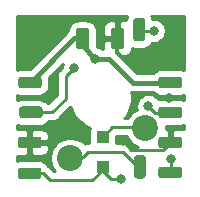
<source format=gbr>
%TF.GenerationSoftware,KiCad,Pcbnew,5.1.9*%
%TF.CreationDate,2021-04-13T03:12:43+02:00*%
%TF.ProjectId,_autosave-keycap,5f617574-6f73-4617-9665-2d6b65796361,rev?*%
%TF.SameCoordinates,Original*%
%TF.FileFunction,Copper,L2,Bot*%
%TF.FilePolarity,Positive*%
%FSLAX46Y46*%
G04 Gerber Fmt 4.6, Leading zero omitted, Abs format (unit mm)*
G04 Created by KiCad (PCBNEW 5.1.9) date 2021-04-13 03:12:43*
%MOMM*%
%LPD*%
G01*
G04 APERTURE LIST*
%TA.AperFunction,ComponentPad*%
%ADD10C,2.200000*%
%TD*%
%TA.AperFunction,SMDPad,CuDef*%
%ADD11R,1.000000X1.000000*%
%TD*%
%TA.AperFunction,ViaPad*%
%ADD12C,0.800000*%
%TD*%
%TA.AperFunction,Conductor*%
%ADD13C,0.250000*%
%TD*%
%TA.AperFunction,Conductor*%
%ADD14C,0.400000*%
%TD*%
%TA.AperFunction,Conductor*%
%ADD15C,0.300000*%
%TD*%
%TA.AperFunction,Conductor*%
%ADD16C,0.254000*%
%TD*%
%TA.AperFunction,Conductor*%
%ADD17C,0.100000*%
%TD*%
G04 APERTURE END LIST*
D10*
%TO.P,SW1,1*%
%TO.N,N/C*%
X118579900Y-118338600D03*
%TO.P,SW1,2*%
X124929900Y-115798600D03*
%TD*%
%TO.P,J6,1*%
%TO.N,GND*%
%TA.AperFunction,SMDPad,CuDef*%
G36*
G01*
X126275400Y-116505100D02*
X127775400Y-116505100D01*
G75*
G02*
X128025400Y-116755100I0J-250000D01*
G01*
X128025400Y-117255100D01*
G75*
G02*
X127775400Y-117505100I-250000J0D01*
G01*
X126275400Y-117505100D01*
G75*
G02*
X126025400Y-117255100I0J250000D01*
G01*
X126025400Y-116755100D01*
G75*
G02*
X126275400Y-116505100I250000J0D01*
G01*
G37*
%TD.AperFunction*%
%TD*%
%TO.P,J1,1*%
%TO.N,/VCC*%
%TA.AperFunction,SMDPad,CuDef*%
G36*
G01*
X115913600Y-112425100D02*
X114413600Y-112425100D01*
G75*
G02*
X114163600Y-112175100I0J250000D01*
G01*
X114163600Y-111675100D01*
G75*
G02*
X114413600Y-111425100I250000J0D01*
G01*
X115913600Y-111425100D01*
G75*
G02*
X116163600Y-111675100I0J-250000D01*
G01*
X116163600Y-112175100D01*
G75*
G02*
X115913600Y-112425100I-250000J0D01*
G01*
G37*
%TD.AperFunction*%
%TD*%
%TO.P,J3,1*%
%TO.N,GND*%
%TA.AperFunction,SMDPad,CuDef*%
G36*
G01*
X114367880Y-116505100D02*
X115867880Y-116505100D01*
G75*
G02*
X116117880Y-116755100I0J-250000D01*
G01*
X116117880Y-117255100D01*
G75*
G02*
X115867880Y-117505100I-250000J0D01*
G01*
X114367880Y-117505100D01*
G75*
G02*
X114117880Y-117255100I0J250000D01*
G01*
X114117880Y-116755100D01*
G75*
G02*
X114367880Y-116505100I250000J0D01*
G01*
G37*
%TD.AperFunction*%
%TD*%
%TO.P,J5,1*%
%TO.N,/DOUT*%
%TA.AperFunction,SMDPad,CuDef*%
G36*
G01*
X126275400Y-113965100D02*
X127775400Y-113965100D01*
G75*
G02*
X128025400Y-114215100I0J-250000D01*
G01*
X128025400Y-114715100D01*
G75*
G02*
X127775400Y-114965100I-250000J0D01*
G01*
X126275400Y-114965100D01*
G75*
G02*
X126025400Y-114715100I0J250000D01*
G01*
X126025400Y-114215100D01*
G75*
G02*
X126275400Y-113965100I250000J0D01*
G01*
G37*
%TD.AperFunction*%
%TD*%
%TO.P,J4,1*%
%TO.N,/VCC*%
%TA.AperFunction,SMDPad,CuDef*%
G36*
G01*
X126275400Y-111425100D02*
X127775400Y-111425100D01*
G75*
G02*
X128025400Y-111675100I0J-250000D01*
G01*
X128025400Y-112175100D01*
G75*
G02*
X127775400Y-112425100I-250000J0D01*
G01*
X126275400Y-112425100D01*
G75*
G02*
X126025400Y-112175100I0J250000D01*
G01*
X126025400Y-111675100D01*
G75*
G02*
X126275400Y-111425100I250000J0D01*
G01*
G37*
%TD.AperFunction*%
%TD*%
%TO.P,C1,1*%
%TO.N,/VCC*%
%TA.AperFunction,SMDPad,CuDef*%
G36*
G01*
X119031800Y-108846381D02*
X119031800Y-107546379D01*
G75*
G02*
X119281799Y-107296380I249999J0D01*
G01*
X119931801Y-107296380D01*
G75*
G02*
X120181800Y-107546379I0J-249999D01*
G01*
X120181800Y-108846381D01*
G75*
G02*
X119931801Y-109096380I-249999J0D01*
G01*
X119281799Y-109096380D01*
G75*
G02*
X119031800Y-108846381I0J249999D01*
G01*
G37*
%TD.AperFunction*%
%TO.P,C1,2*%
%TO.N,GND*%
%TA.AperFunction,SMDPad,CuDef*%
G36*
G01*
X121981800Y-108846381D02*
X121981800Y-107546379D01*
G75*
G02*
X122231799Y-107296380I249999J0D01*
G01*
X122881801Y-107296380D01*
G75*
G02*
X123131800Y-107546379I0J-249999D01*
G01*
X123131800Y-108846381D01*
G75*
G02*
X122881801Y-109096380I-249999J0D01*
G01*
X122231799Y-109096380D01*
G75*
G02*
X121981800Y-108846381I0J249999D01*
G01*
G37*
%TD.AperFunction*%
%TD*%
%TO.P,J8,1*%
%TO.N,N/C*%
%TA.AperFunction,SMDPad,CuDef*%
G36*
G01*
X124960000Y-118304880D02*
X124960000Y-119804880D01*
G75*
G02*
X124710000Y-120054880I-250000J0D01*
G01*
X124210000Y-120054880D01*
G75*
G02*
X123960000Y-119804880I0J250000D01*
G01*
X123960000Y-118304880D01*
G75*
G02*
X124210000Y-118054880I250000J0D01*
G01*
X124710000Y-118054880D01*
G75*
G02*
X124960000Y-118304880I0J-250000D01*
G01*
G37*
%TD.AperFunction*%
%TD*%
%TO.P,J10,1*%
%TO.N,N/C*%
%TA.AperFunction,SMDPad,CuDef*%
G36*
G01*
X115875500Y-120121300D02*
X114375500Y-120121300D01*
G75*
G02*
X114125500Y-119871300I0J250000D01*
G01*
X114125500Y-119371300D01*
G75*
G02*
X114375500Y-119121300I250000J0D01*
G01*
X115875500Y-119121300D01*
G75*
G02*
X116125500Y-119371300I0J-250000D01*
G01*
X116125500Y-119871300D01*
G75*
G02*
X115875500Y-120121300I-250000J0D01*
G01*
G37*
%TD.AperFunction*%
%TD*%
%TO.P,J9,1*%
%TO.N,N/C*%
%TA.AperFunction,SMDPad,CuDef*%
G36*
G01*
X123904120Y-108202160D02*
X123904120Y-106702160D01*
G75*
G02*
X124154120Y-106452160I250000J0D01*
G01*
X124654120Y-106452160D01*
G75*
G02*
X124904120Y-106702160I0J-250000D01*
G01*
X124904120Y-108202160D01*
G75*
G02*
X124654120Y-108452160I-250000J0D01*
G01*
X124154120Y-108452160D01*
G75*
G02*
X123904120Y-108202160I0J250000D01*
G01*
G37*
%TD.AperFunction*%
%TD*%
D11*
%TO.P,D1,1*%
%TO.N,N/C*%
X121297700Y-119042500D03*
%TO.P,D1,2*%
X121297700Y-116542500D03*
%TD*%
%TO.P,J7,1*%
%TO.N,N/C*%
%TA.AperFunction,SMDPad,CuDef*%
G36*
G01*
X126275400Y-119045100D02*
X127775400Y-119045100D01*
G75*
G02*
X128025400Y-119295100I0J-250000D01*
G01*
X128025400Y-119795100D01*
G75*
G02*
X127775400Y-120045100I-250000J0D01*
G01*
X126275400Y-120045100D01*
G75*
G02*
X126025400Y-119795100I0J250000D01*
G01*
X126025400Y-119295100D01*
G75*
G02*
X126275400Y-119045100I250000J0D01*
G01*
G37*
%TD.AperFunction*%
%TD*%
%TO.P,J2,1*%
%TO.N,/DIN*%
%TA.AperFunction,SMDPad,CuDef*%
G36*
G01*
X114474560Y-113949860D02*
X115974560Y-113949860D01*
G75*
G02*
X116224560Y-114199860I0J-250000D01*
G01*
X116224560Y-114699860D01*
G75*
G02*
X115974560Y-114949860I-250000J0D01*
G01*
X114474560Y-114949860D01*
G75*
G02*
X114224560Y-114699860I0J250000D01*
G01*
X114224560Y-114199860D01*
G75*
G02*
X114474560Y-113949860I250000J0D01*
G01*
G37*
%TD.AperFunction*%
%TD*%
D12*
%TO.N,*%
X125628400Y-107543600D03*
X127050800Y-118414800D03*
X122859800Y-120091200D03*
%TO.N,/VCC*%
X120698000Y-109953800D03*
%TO.N,GND*%
X122986800Y-116890800D03*
X126949200Y-113233200D03*
X115468400Y-108153200D03*
X123896120Y-109717840D03*
X116347240Y-113197640D03*
X118988840Y-116342160D03*
%TO.N,/DIN*%
X118910100Y-110662720D03*
%TO.N,/DOUT*%
X125183900Y-113931700D03*
%TD*%
D13*
%TO.N,*%
X122117800Y-115722400D02*
X121297700Y-116542500D01*
X124802900Y-115722400D02*
X122117800Y-115722400D01*
X121297700Y-119042500D02*
X120885900Y-119042500D01*
X124460000Y-107543600D02*
X124409200Y-107492800D01*
X125628400Y-107543600D02*
X124460000Y-107543600D01*
X123024900Y-117792500D02*
X124409200Y-119176800D01*
X120103900Y-117792500D02*
X123024900Y-117792500D01*
X119634000Y-118262400D02*
X120103900Y-117792500D01*
X118452900Y-118262400D02*
X119634000Y-118262400D01*
X127050800Y-119519700D02*
X127025400Y-119545100D01*
X127050800Y-118414800D02*
X127050800Y-119519700D01*
X121297700Y-119042500D02*
X121297700Y-119418100D01*
X121297700Y-119418100D02*
X121970800Y-120091200D01*
X121970800Y-120091200D02*
X122783600Y-120091200D01*
X122783600Y-120091200D02*
X122783600Y-120091200D01*
X121297700Y-119341900D02*
X121297700Y-119042500D01*
X120421400Y-120218200D02*
X121297700Y-119341900D01*
X116870480Y-120218200D02*
X120421400Y-120218200D01*
X116273580Y-119621300D02*
X116870480Y-120218200D01*
X115150900Y-119621300D02*
X116273580Y-119621300D01*
%TO.N,/VCC*%
X119918000Y-108945200D02*
X119380000Y-108407200D01*
X119918000Y-108952200D02*
X119918000Y-108945200D01*
X119606800Y-108481900D02*
X119606800Y-108196380D01*
X119606800Y-108196380D02*
X119606800Y-108840800D01*
D14*
X119606800Y-108862600D02*
X120698000Y-109953800D01*
D13*
X119606800Y-108196380D02*
X119606800Y-108862600D01*
D14*
X127025400Y-111925100D02*
X123850400Y-111925100D01*
X121879100Y-109953800D02*
X120698000Y-109953800D01*
X123850400Y-111925100D02*
X121879100Y-109953800D01*
X118892320Y-108196380D02*
X119606800Y-108196380D01*
X115163600Y-111925100D02*
X118892320Y-108196380D01*
D13*
%TO.N,GND*%
X117335300Y-117005100D02*
X115143280Y-117005100D01*
X122986800Y-116890800D02*
X123291600Y-116890800D01*
X122986800Y-116890800D02*
X123703080Y-117607080D01*
X126423420Y-117607080D02*
X127025400Y-117005100D01*
X123703080Y-117607080D02*
X126423420Y-117607080D01*
X117998240Y-116342160D02*
X118988840Y-116342160D01*
X117335300Y-117005100D02*
X117998240Y-116342160D01*
X123896120Y-109717840D02*
X122849640Y-109717840D01*
D15*
X122556800Y-109425000D02*
X122556800Y-108196380D01*
X122849640Y-109717840D02*
X122556800Y-109425000D01*
D13*
%TO.N,/DIN*%
X118910100Y-110662720D02*
X118910100Y-110662720D01*
X115122960Y-114449860D02*
X117035580Y-114449860D01*
X117035580Y-114449860D02*
X118165880Y-113319560D01*
X118165880Y-111406940D02*
X118910100Y-110662720D01*
X118165880Y-113319560D02*
X118165880Y-111406940D01*
%TO.N,/DOUT*%
X125717300Y-114465100D02*
X125183900Y-113931700D01*
X127025400Y-114465100D02*
X125717300Y-114465100D01*
%TD*%
D16*
%TO.N,GND*%
X118586161Y-114027201D02*
X118784793Y-114506741D01*
X119073162Y-114938315D01*
X119440185Y-115305338D01*
X119871759Y-115593707D01*
X120236756Y-115744894D01*
X120208198Y-115798320D01*
X120171888Y-115918018D01*
X120159628Y-116042500D01*
X120159628Y-117032500D01*
X120141223Y-117032500D01*
X120103900Y-117028824D01*
X120066577Y-117032500D01*
X120066567Y-117032500D01*
X119954914Y-117043497D01*
X119826333Y-117082501D01*
X119811653Y-117086954D01*
X119792274Y-117097313D01*
X119685898Y-116990937D01*
X119401731Y-116801063D01*
X119085981Y-116670275D01*
X118750783Y-116603600D01*
X118409017Y-116603600D01*
X118073819Y-116670275D01*
X117758069Y-116801063D01*
X117473902Y-116990937D01*
X117232237Y-117232602D01*
X117042363Y-117516769D01*
X116911575Y-117832519D01*
X116844900Y-118167717D01*
X116844900Y-118509483D01*
X116911575Y-118844681D01*
X117042363Y-119160431D01*
X117232237Y-119444598D01*
X117245839Y-119458200D01*
X117185282Y-119458200D01*
X116837383Y-119110302D01*
X116813581Y-119081299D01*
X116697856Y-118986326D01*
X116661452Y-118966867D01*
X116613905Y-118877914D01*
X116503462Y-118743338D01*
X116368886Y-118632895D01*
X116215350Y-118550828D01*
X116048754Y-118500292D01*
X115875500Y-118483228D01*
X114375500Y-118483228D01*
X114202246Y-118500292D01*
X114096140Y-118532479D01*
X114096140Y-118141031D01*
X114117880Y-118143172D01*
X114832130Y-118140100D01*
X114990880Y-117981350D01*
X114990880Y-117132100D01*
X115244880Y-117132100D01*
X115244880Y-117981350D01*
X115403630Y-118140100D01*
X116117880Y-118143172D01*
X116242362Y-118130912D01*
X116362060Y-118094602D01*
X116472374Y-118035637D01*
X116569065Y-117956285D01*
X116648417Y-117859594D01*
X116707382Y-117749280D01*
X116743692Y-117629582D01*
X116755952Y-117505100D01*
X116752880Y-117290850D01*
X116594130Y-117132100D01*
X115244880Y-117132100D01*
X114990880Y-117132100D01*
X114970880Y-117132100D01*
X114970880Y-116878100D01*
X114990880Y-116878100D01*
X114990880Y-116028850D01*
X115244880Y-116028850D01*
X115244880Y-116878100D01*
X116594130Y-116878100D01*
X116752880Y-116719350D01*
X116755952Y-116505100D01*
X116743692Y-116380618D01*
X116707382Y-116260920D01*
X116648417Y-116150606D01*
X116569065Y-116053915D01*
X116472374Y-115974563D01*
X116362060Y-115915598D01*
X116242362Y-115879288D01*
X116117880Y-115867028D01*
X115403630Y-115870100D01*
X115244880Y-116028850D01*
X114990880Y-116028850D01*
X114832130Y-115870100D01*
X114117880Y-115867028D01*
X114096140Y-115869169D01*
X114096140Y-115499716D01*
X114134710Y-115520332D01*
X114301306Y-115570868D01*
X114474560Y-115587932D01*
X115974560Y-115587932D01*
X116147814Y-115570868D01*
X116314410Y-115520332D01*
X116467946Y-115438265D01*
X116602522Y-115327822D01*
X116699330Y-115209860D01*
X116998258Y-115209860D01*
X117035580Y-115213536D01*
X117072902Y-115209860D01*
X117072913Y-115209860D01*
X117184566Y-115198863D01*
X117327827Y-115155406D01*
X117459856Y-115084834D01*
X117575581Y-114989861D01*
X117599384Y-114960858D01*
X118577348Y-113982894D01*
X118586161Y-114027201D01*
%TA.AperFunction,Conductor*%
D17*
G36*
X118586161Y-114027201D02*
G01*
X118784793Y-114506741D01*
X119073162Y-114938315D01*
X119440185Y-115305338D01*
X119871759Y-115593707D01*
X120236756Y-115744894D01*
X120208198Y-115798320D01*
X120171888Y-115918018D01*
X120159628Y-116042500D01*
X120159628Y-117032500D01*
X120141223Y-117032500D01*
X120103900Y-117028824D01*
X120066577Y-117032500D01*
X120066567Y-117032500D01*
X119954914Y-117043497D01*
X119826333Y-117082501D01*
X119811653Y-117086954D01*
X119792274Y-117097313D01*
X119685898Y-116990937D01*
X119401731Y-116801063D01*
X119085981Y-116670275D01*
X118750783Y-116603600D01*
X118409017Y-116603600D01*
X118073819Y-116670275D01*
X117758069Y-116801063D01*
X117473902Y-116990937D01*
X117232237Y-117232602D01*
X117042363Y-117516769D01*
X116911575Y-117832519D01*
X116844900Y-118167717D01*
X116844900Y-118509483D01*
X116911575Y-118844681D01*
X117042363Y-119160431D01*
X117232237Y-119444598D01*
X117245839Y-119458200D01*
X117185282Y-119458200D01*
X116837383Y-119110302D01*
X116813581Y-119081299D01*
X116697856Y-118986326D01*
X116661452Y-118966867D01*
X116613905Y-118877914D01*
X116503462Y-118743338D01*
X116368886Y-118632895D01*
X116215350Y-118550828D01*
X116048754Y-118500292D01*
X115875500Y-118483228D01*
X114375500Y-118483228D01*
X114202246Y-118500292D01*
X114096140Y-118532479D01*
X114096140Y-118141031D01*
X114117880Y-118143172D01*
X114832130Y-118140100D01*
X114990880Y-117981350D01*
X114990880Y-117132100D01*
X115244880Y-117132100D01*
X115244880Y-117981350D01*
X115403630Y-118140100D01*
X116117880Y-118143172D01*
X116242362Y-118130912D01*
X116362060Y-118094602D01*
X116472374Y-118035637D01*
X116569065Y-117956285D01*
X116648417Y-117859594D01*
X116707382Y-117749280D01*
X116743692Y-117629582D01*
X116755952Y-117505100D01*
X116752880Y-117290850D01*
X116594130Y-117132100D01*
X115244880Y-117132100D01*
X114990880Y-117132100D01*
X114970880Y-117132100D01*
X114970880Y-116878100D01*
X114990880Y-116878100D01*
X114990880Y-116028850D01*
X115244880Y-116028850D01*
X115244880Y-116878100D01*
X116594130Y-116878100D01*
X116752880Y-116719350D01*
X116755952Y-116505100D01*
X116743692Y-116380618D01*
X116707382Y-116260920D01*
X116648417Y-116150606D01*
X116569065Y-116053915D01*
X116472374Y-115974563D01*
X116362060Y-115915598D01*
X116242362Y-115879288D01*
X116117880Y-115867028D01*
X115403630Y-115870100D01*
X115244880Y-116028850D01*
X114990880Y-116028850D01*
X114832130Y-115870100D01*
X114117880Y-115867028D01*
X114096140Y-115869169D01*
X114096140Y-115499716D01*
X114134710Y-115520332D01*
X114301306Y-115570868D01*
X114474560Y-115587932D01*
X115974560Y-115587932D01*
X116147814Y-115570868D01*
X116314410Y-115520332D01*
X116467946Y-115438265D01*
X116602522Y-115327822D01*
X116699330Y-115209860D01*
X116998258Y-115209860D01*
X117035580Y-115213536D01*
X117072902Y-115209860D01*
X117072913Y-115209860D01*
X117184566Y-115198863D01*
X117327827Y-115155406D01*
X117459856Y-115084834D01*
X117575581Y-114989861D01*
X117599384Y-114960858D01*
X118577348Y-113982894D01*
X118586161Y-114027201D01*
G37*
%TD.AperFunction*%
D16*
X123392363Y-116620431D02*
X123582237Y-116904598D01*
X123823902Y-117146263D01*
X124108069Y-117336137D01*
X124302826Y-117416808D01*
X124210000Y-117416808D01*
X124036746Y-117433872D01*
X123870150Y-117484408D01*
X123818967Y-117511766D01*
X123588704Y-117281503D01*
X123564901Y-117252499D01*
X123449176Y-117157526D01*
X123317147Y-117086954D01*
X123173886Y-117043497D01*
X123062233Y-117032500D01*
X123062222Y-117032500D01*
X123024900Y-117028824D01*
X122987578Y-117032500D01*
X122435772Y-117032500D01*
X122435772Y-116482400D01*
X123335189Y-116482400D01*
X123392363Y-116620431D01*
%TA.AperFunction,Conductor*%
D17*
G36*
X123392363Y-116620431D02*
G01*
X123582237Y-116904598D01*
X123823902Y-117146263D01*
X124108069Y-117336137D01*
X124302826Y-117416808D01*
X124210000Y-117416808D01*
X124036746Y-117433872D01*
X123870150Y-117484408D01*
X123818967Y-117511766D01*
X123588704Y-117281503D01*
X123564901Y-117252499D01*
X123449176Y-117157526D01*
X123317147Y-117086954D01*
X123173886Y-117043497D01*
X123062233Y-117032500D01*
X123062222Y-117032500D01*
X123024900Y-117028824D01*
X122987578Y-117032500D01*
X122435772Y-117032500D01*
X122435772Y-116482400D01*
X123335189Y-116482400D01*
X123392363Y-116620431D01*
G37*
%TD.AperFunction*%
D16*
X128194598Y-115892852D02*
X128149882Y-115879288D01*
X128025400Y-115867028D01*
X127311150Y-115870100D01*
X127152400Y-116028850D01*
X127152400Y-116878100D01*
X127172400Y-116878100D01*
X127172400Y-117132100D01*
X127152400Y-117132100D01*
X127152400Y-117152100D01*
X126898400Y-117152100D01*
X126898400Y-117132100D01*
X126878400Y-117132100D01*
X126878400Y-116878100D01*
X126898400Y-116878100D01*
X126898400Y-116028850D01*
X126739650Y-115870100D01*
X126664900Y-115869778D01*
X126664900Y-115627717D01*
X126660018Y-115603172D01*
X127775400Y-115603172D01*
X127948654Y-115586108D01*
X128115250Y-115535572D01*
X128194795Y-115493054D01*
X128194598Y-115892852D01*
%TA.AperFunction,Conductor*%
D17*
G36*
X128194598Y-115892852D02*
G01*
X128149882Y-115879288D01*
X128025400Y-115867028D01*
X127311150Y-115870100D01*
X127152400Y-116028850D01*
X127152400Y-116878100D01*
X127172400Y-116878100D01*
X127172400Y-117132100D01*
X127152400Y-117132100D01*
X127152400Y-117152100D01*
X126898400Y-117152100D01*
X126898400Y-117132100D01*
X126878400Y-117132100D01*
X126878400Y-116878100D01*
X126898400Y-116878100D01*
X126898400Y-116028850D01*
X126739650Y-115870100D01*
X126664900Y-115869778D01*
X126664900Y-115627717D01*
X126660018Y-115603172D01*
X127775400Y-115603172D01*
X127948654Y-115586108D01*
X128115250Y-115535572D01*
X128194795Y-115493054D01*
X128194598Y-115892852D01*
G37*
%TD.AperFunction*%
D16*
X123850399Y-112764140D02*
X123891418Y-112760100D01*
X125612180Y-112760100D01*
X125647438Y-112803062D01*
X125782014Y-112913505D01*
X125935550Y-112995572D01*
X126102146Y-113046108D01*
X126275400Y-113063172D01*
X127775400Y-113063172D01*
X127948654Y-113046108D01*
X128115250Y-112995572D01*
X128196046Y-112952385D01*
X128195807Y-113437687D01*
X128115250Y-113394628D01*
X127948654Y-113344092D01*
X127775400Y-113327028D01*
X126275400Y-113327028D01*
X126102146Y-113344092D01*
X126047195Y-113360761D01*
X125987837Y-113271926D01*
X125843674Y-113127763D01*
X125674156Y-113014495D01*
X125485798Y-112936474D01*
X125285839Y-112896700D01*
X125081961Y-112896700D01*
X124882002Y-112936474D01*
X124693644Y-113014495D01*
X124524126Y-113127763D01*
X124379963Y-113271926D01*
X124266695Y-113441444D01*
X124188674Y-113629802D01*
X124148900Y-113829761D01*
X124148900Y-114033639D01*
X124187586Y-114228126D01*
X124108069Y-114261063D01*
X123823902Y-114450937D01*
X123582237Y-114692602D01*
X123401964Y-114962400D01*
X123142553Y-114962400D01*
X123166638Y-114938315D01*
X123455007Y-114506741D01*
X123653639Y-114027201D01*
X123754900Y-113518125D01*
X123754900Y-112999075D01*
X123705327Y-112749851D01*
X123850399Y-112764140D01*
%TA.AperFunction,Conductor*%
D17*
G36*
X123850399Y-112764140D02*
G01*
X123891418Y-112760100D01*
X125612180Y-112760100D01*
X125647438Y-112803062D01*
X125782014Y-112913505D01*
X125935550Y-112995572D01*
X126102146Y-113046108D01*
X126275400Y-113063172D01*
X127775400Y-113063172D01*
X127948654Y-113046108D01*
X128115250Y-112995572D01*
X128196046Y-112952385D01*
X128195807Y-113437687D01*
X128115250Y-113394628D01*
X127948654Y-113344092D01*
X127775400Y-113327028D01*
X126275400Y-113327028D01*
X126102146Y-113344092D01*
X126047195Y-113360761D01*
X125987837Y-113271926D01*
X125843674Y-113127763D01*
X125674156Y-113014495D01*
X125485798Y-112936474D01*
X125285839Y-112896700D01*
X125081961Y-112896700D01*
X124882002Y-112936474D01*
X124693644Y-113014495D01*
X124524126Y-113127763D01*
X124379963Y-113271926D01*
X124266695Y-113441444D01*
X124188674Y-113629802D01*
X124148900Y-113829761D01*
X124148900Y-114033639D01*
X124187586Y-114228126D01*
X124108069Y-114261063D01*
X123823902Y-114450937D01*
X123582237Y-114692602D01*
X123401964Y-114962400D01*
X123142553Y-114962400D01*
X123166638Y-114938315D01*
X123455007Y-114506741D01*
X123653639Y-114027201D01*
X123754900Y-113518125D01*
X123754900Y-112999075D01*
X123705327Y-112749851D01*
X123850399Y-112764140D01*
G37*
%TD.AperFunction*%
D16*
X117914874Y-110360822D02*
X117875100Y-110560781D01*
X117875100Y-110622919D01*
X117654878Y-110843141D01*
X117625880Y-110866939D01*
X117602082Y-110895937D01*
X117602081Y-110895938D01*
X117530906Y-110982664D01*
X117460334Y-111114694D01*
X117416878Y-111257955D01*
X117402204Y-111406940D01*
X117405881Y-111444272D01*
X117405880Y-113004758D01*
X116720779Y-113689860D01*
X116699330Y-113689860D01*
X116602522Y-113571898D01*
X116467946Y-113461455D01*
X116314410Y-113379388D01*
X116147814Y-113328852D01*
X115974560Y-113311788D01*
X114474560Y-113311788D01*
X114301306Y-113328852D01*
X114134710Y-113379388D01*
X114096140Y-113400004D01*
X114096140Y-113002364D01*
X114240346Y-113046108D01*
X114413600Y-113063172D01*
X115913600Y-113063172D01*
X116086854Y-113046108D01*
X116253450Y-112995572D01*
X116406986Y-112913505D01*
X116541562Y-112803062D01*
X116652005Y-112668486D01*
X116734072Y-112514950D01*
X116784608Y-112348354D01*
X116801672Y-112175100D01*
X116801672Y-111675100D01*
X116784608Y-111501846D01*
X116780678Y-111488890D01*
X117919208Y-110350360D01*
X117914874Y-110360822D01*
%TA.AperFunction,Conductor*%
D17*
G36*
X117914874Y-110360822D02*
G01*
X117875100Y-110560781D01*
X117875100Y-110622919D01*
X117654878Y-110843141D01*
X117625880Y-110866939D01*
X117602082Y-110895937D01*
X117602081Y-110895938D01*
X117530906Y-110982664D01*
X117460334Y-111114694D01*
X117416878Y-111257955D01*
X117402204Y-111406940D01*
X117405881Y-111444272D01*
X117405880Y-113004758D01*
X116720779Y-113689860D01*
X116699330Y-113689860D01*
X116602522Y-113571898D01*
X116467946Y-113461455D01*
X116314410Y-113379388D01*
X116147814Y-113328852D01*
X115974560Y-113311788D01*
X114474560Y-113311788D01*
X114301306Y-113328852D01*
X114134710Y-113379388D01*
X114096140Y-113400004D01*
X114096140Y-113002364D01*
X114240346Y-113046108D01*
X114413600Y-113063172D01*
X115913600Y-113063172D01*
X116086854Y-113046108D01*
X116253450Y-112995572D01*
X116406986Y-112913505D01*
X116541562Y-112803062D01*
X116652005Y-112668486D01*
X116734072Y-112514950D01*
X116784608Y-112348354D01*
X116801672Y-112175100D01*
X116801672Y-111675100D01*
X116784608Y-111501846D01*
X116780678Y-111488890D01*
X117919208Y-110350360D01*
X117914874Y-110360822D01*
G37*
%TD.AperFunction*%
D16*
X128199343Y-106257417D02*
X128197058Y-110898355D01*
X128115250Y-110854628D01*
X127948654Y-110804092D01*
X127775400Y-110787028D01*
X126275400Y-110787028D01*
X126102146Y-110804092D01*
X125935550Y-110854628D01*
X125782014Y-110936695D01*
X125647438Y-111047138D01*
X125612180Y-111090100D01*
X124196268Y-111090100D01*
X122683802Y-109577635D01*
X122683802Y-109572632D01*
X122842550Y-109731380D01*
X123131800Y-109734452D01*
X123256282Y-109722192D01*
X123375980Y-109685882D01*
X123486294Y-109626917D01*
X123582985Y-109547565D01*
X123662337Y-109450874D01*
X123721302Y-109340560D01*
X123757612Y-109220862D01*
X123769872Y-109096380D01*
X123769383Y-108998639D01*
X123814270Y-109022632D01*
X123980866Y-109073168D01*
X124154120Y-109090232D01*
X124654120Y-109090232D01*
X124827374Y-109073168D01*
X124993970Y-109022632D01*
X125147506Y-108940565D01*
X125282082Y-108830122D01*
X125392525Y-108695546D01*
X125461898Y-108565758D01*
X125526461Y-108578600D01*
X125730339Y-108578600D01*
X125930298Y-108538826D01*
X126118656Y-108460805D01*
X126288174Y-108347537D01*
X126432337Y-108203374D01*
X126545605Y-108033856D01*
X126623626Y-107845498D01*
X126663400Y-107645539D01*
X126663400Y-107441661D01*
X126623626Y-107241702D01*
X126545605Y-107053344D01*
X126432337Y-106883826D01*
X126288174Y-106739663D01*
X126118656Y-106626395D01*
X125930298Y-106548374D01*
X125730339Y-106508600D01*
X125526461Y-106508600D01*
X125519395Y-106510006D01*
X125474592Y-106362310D01*
X125418218Y-106256842D01*
X128199343Y-106257417D01*
%TA.AperFunction,Conductor*%
D17*
G36*
X128199343Y-106257417D02*
G01*
X128197058Y-110898355D01*
X128115250Y-110854628D01*
X127948654Y-110804092D01*
X127775400Y-110787028D01*
X126275400Y-110787028D01*
X126102146Y-110804092D01*
X125935550Y-110854628D01*
X125782014Y-110936695D01*
X125647438Y-111047138D01*
X125612180Y-111090100D01*
X124196268Y-111090100D01*
X122683802Y-109577635D01*
X122683802Y-109572632D01*
X122842550Y-109731380D01*
X123131800Y-109734452D01*
X123256282Y-109722192D01*
X123375980Y-109685882D01*
X123486294Y-109626917D01*
X123582985Y-109547565D01*
X123662337Y-109450874D01*
X123721302Y-109340560D01*
X123757612Y-109220862D01*
X123769872Y-109096380D01*
X123769383Y-108998639D01*
X123814270Y-109022632D01*
X123980866Y-109073168D01*
X124154120Y-109090232D01*
X124654120Y-109090232D01*
X124827374Y-109073168D01*
X124993970Y-109022632D01*
X125147506Y-108940565D01*
X125282082Y-108830122D01*
X125392525Y-108695546D01*
X125461898Y-108565758D01*
X125526461Y-108578600D01*
X125730339Y-108578600D01*
X125930298Y-108538826D01*
X126118656Y-108460805D01*
X126288174Y-108347537D01*
X126432337Y-108203374D01*
X126545605Y-108033856D01*
X126623626Y-107845498D01*
X126663400Y-107645539D01*
X126663400Y-107441661D01*
X126623626Y-107241702D01*
X126545605Y-107053344D01*
X126432337Y-106883826D01*
X126288174Y-106739663D01*
X126118656Y-106626395D01*
X125930298Y-106548374D01*
X125730339Y-106508600D01*
X125526461Y-106508600D01*
X125519395Y-106510006D01*
X125474592Y-106362310D01*
X125418218Y-106256842D01*
X128199343Y-106257417D01*
G37*
%TD.AperFunction*%
D16*
X123390246Y-106256423D02*
X123333648Y-106362310D01*
X123283112Y-106528906D01*
X123268786Y-106674361D01*
X123256282Y-106670568D01*
X123131800Y-106658308D01*
X122842550Y-106661380D01*
X122683800Y-106820130D01*
X122683800Y-108069380D01*
X122703800Y-108069380D01*
X122703800Y-108323380D01*
X122683800Y-108323380D01*
X122683800Y-108343380D01*
X122429800Y-108343380D01*
X122429800Y-108323380D01*
X121505550Y-108323380D01*
X121346800Y-108482130D01*
X121343728Y-109096380D01*
X121345936Y-109118800D01*
X121311285Y-109118800D01*
X121188256Y-109036595D01*
X120999898Y-108958574D01*
X120854776Y-108929708D01*
X120815530Y-108890462D01*
X120819872Y-108846381D01*
X120819872Y-107546379D01*
X120802808Y-107373125D01*
X120779528Y-107296380D01*
X121343728Y-107296380D01*
X121346800Y-107910630D01*
X121505550Y-108069380D01*
X122429800Y-108069380D01*
X122429800Y-106820130D01*
X122271050Y-106661380D01*
X121981800Y-106658308D01*
X121857318Y-106670568D01*
X121737620Y-106706878D01*
X121627306Y-106765843D01*
X121530615Y-106845195D01*
X121451263Y-106941886D01*
X121392298Y-107052200D01*
X121355988Y-107171898D01*
X121343728Y-107296380D01*
X120779528Y-107296380D01*
X120752272Y-107206529D01*
X120670205Y-107052993D01*
X120559762Y-106918418D01*
X120425187Y-106807975D01*
X120271651Y-106725908D01*
X120105055Y-106675372D01*
X119931801Y-106658308D01*
X119281799Y-106658308D01*
X119108545Y-106675372D01*
X118941949Y-106725908D01*
X118788413Y-106807975D01*
X118653838Y-106918418D01*
X118543395Y-107052993D01*
X118461328Y-107206529D01*
X118410792Y-107373125D01*
X118395979Y-107523524D01*
X118299029Y-107603089D01*
X118272879Y-107634953D01*
X115120805Y-110787028D01*
X114413600Y-110787028D01*
X114240346Y-110804092D01*
X114096140Y-110847836D01*
X114096140Y-106254502D01*
X123390246Y-106256423D01*
%TA.AperFunction,Conductor*%
D17*
G36*
X123390246Y-106256423D02*
G01*
X123333648Y-106362310D01*
X123283112Y-106528906D01*
X123268786Y-106674361D01*
X123256282Y-106670568D01*
X123131800Y-106658308D01*
X122842550Y-106661380D01*
X122683800Y-106820130D01*
X122683800Y-108069380D01*
X122703800Y-108069380D01*
X122703800Y-108323380D01*
X122683800Y-108323380D01*
X122683800Y-108343380D01*
X122429800Y-108343380D01*
X122429800Y-108323380D01*
X121505550Y-108323380D01*
X121346800Y-108482130D01*
X121343728Y-109096380D01*
X121345936Y-109118800D01*
X121311285Y-109118800D01*
X121188256Y-109036595D01*
X120999898Y-108958574D01*
X120854776Y-108929708D01*
X120815530Y-108890462D01*
X120819872Y-108846381D01*
X120819872Y-107546379D01*
X120802808Y-107373125D01*
X120779528Y-107296380D01*
X121343728Y-107296380D01*
X121346800Y-107910630D01*
X121505550Y-108069380D01*
X122429800Y-108069380D01*
X122429800Y-106820130D01*
X122271050Y-106661380D01*
X121981800Y-106658308D01*
X121857318Y-106670568D01*
X121737620Y-106706878D01*
X121627306Y-106765843D01*
X121530615Y-106845195D01*
X121451263Y-106941886D01*
X121392298Y-107052200D01*
X121355988Y-107171898D01*
X121343728Y-107296380D01*
X120779528Y-107296380D01*
X120752272Y-107206529D01*
X120670205Y-107052993D01*
X120559762Y-106918418D01*
X120425187Y-106807975D01*
X120271651Y-106725908D01*
X120105055Y-106675372D01*
X119931801Y-106658308D01*
X119281799Y-106658308D01*
X119108545Y-106675372D01*
X118941949Y-106725908D01*
X118788413Y-106807975D01*
X118653838Y-106918418D01*
X118543395Y-107052993D01*
X118461328Y-107206529D01*
X118410792Y-107373125D01*
X118395979Y-107523524D01*
X118299029Y-107603089D01*
X118272879Y-107634953D01*
X115120805Y-110787028D01*
X114413600Y-110787028D01*
X114240346Y-110804092D01*
X114096140Y-110847836D01*
X114096140Y-106254502D01*
X123390246Y-106256423D01*
G37*
%TD.AperFunction*%
%TD*%
M02*

</source>
